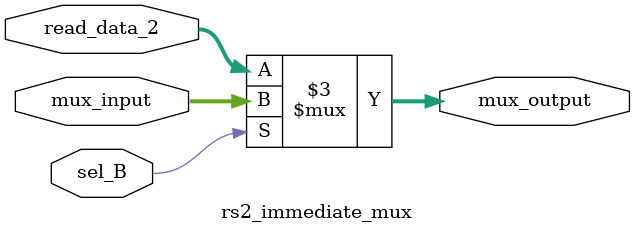
<source format=sv>
module rs2_immediate_mux (
    input logic [31:0] mux_input,
    input logic [31:0]read_data_2,
    input logic sel_B,
    output logic[31:0] mux_output
);
always_comb begin 
    if (sel_B) begin
        mux_output=mux_input;
    end
    else begin
        mux_output=read_data_2;
    end   
end   
endmodule
</source>
